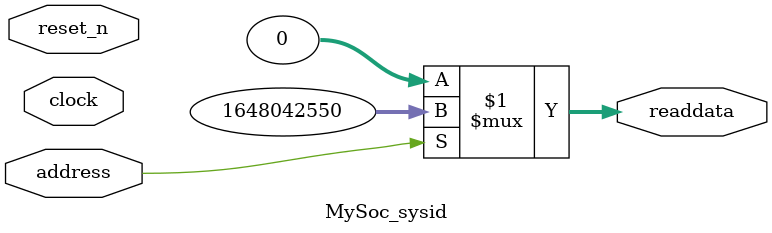
<source format=v>

`timescale 1ns / 1ps
// synthesis translate_on

// turn off superfluous verilog processor warnings 
// altera message_level Level1 
// altera message_off 10034 10035 10036 10037 10230 10240 10030 

module MySoc_sysid (
               // inputs:
                address,
                clock,
                reset_n,

               // outputs:
                readdata
             )
;

  output  [ 31: 0] readdata;
  input            address;
  input            clock;
  input            reset_n;

  wire    [ 31: 0] readdata;
  //control_slave, which is an e_avalon_slave
  assign readdata = address ? 1648042550 : 0;

endmodule




</source>
